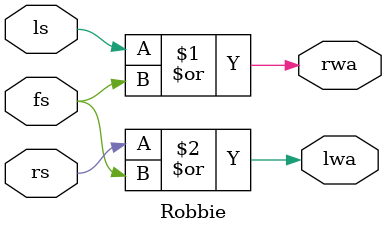
<source format=v>
module Robbie(
	input ls, fs, rs,				// Left, forward, and right sensors
	output lwa, rwa			// Left and right wheel actuators
	);

	// Logic: 
	// rwa = ls + fs
	// lwa = rs + fs

	or or1(rwa, ls, fs);
	or or2(lwa, rs, fs);
	
endmodule // Robbie
</source>
